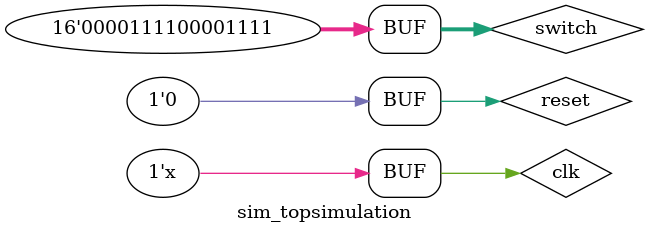
<source format=sv>
`timescale 1ns / 1ps


module sim_topsimulation();

	logic [15:0] switch;
	logic clk, reset;
	logic [0:6] sevenSeg;
	logic [3:0] AN;

	top_module DUT2(.SW(switch),.CLK100MHZ(clk),.sevenSeg(sevenSeg),.AN(AN),.reset(reset));

	always #5 clk = ~clk;
	
	initial begin
		switch = 16'b0000_0000_0000_0000;
		clk = 1'b0;
		reset = 1'b1;
		#28
		reset = 1'b0;
		#2
		#22
		switch = 16'b0000_1111_0000_1111;
	end
endmodule

</source>
